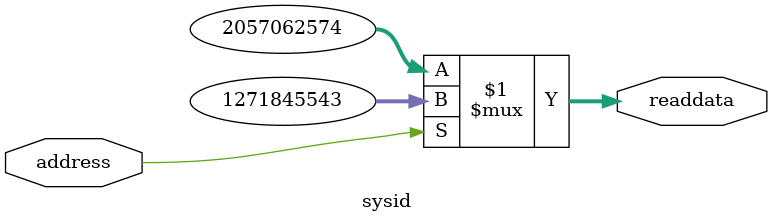
<source format=v>

`timescale 1ns / 1ps
// synthesis translate_on

// turn off superfluous verilog processor warnings 
// altera message_level Level1 
// altera message_off 10034 10035 10036 10037 10230 10240 10030 

module sysid (
               // inputs:
                address,

               // outputs:
                readdata
             )
;

  output  [ 31: 0] readdata;
  input            address;

  wire    [ 31: 0] readdata;
  //control_slave, which is an e_avalon_slave
  assign readdata = address ? 1271845543 : 2057062574;

endmodule


</source>
